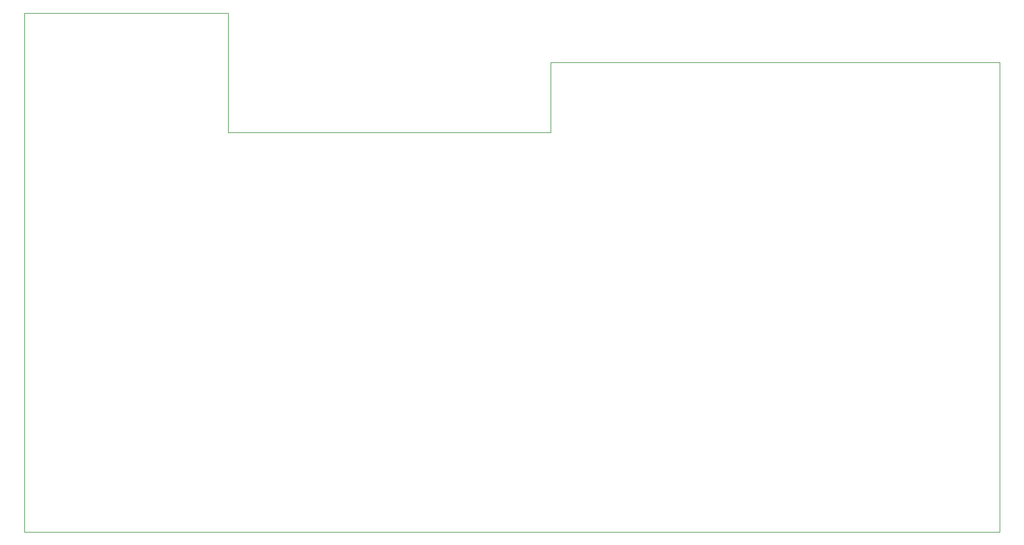
<source format=gbr>
G04 --- HEADER BEGIN --- *
G04 #@! TF.GenerationSoftware,LibrePCB,LibrePCB,1.3.0*
G04 #@! TF.CreationDate,2025-10-25T23:30:35*
G04 #@! TF.ProjectId,GateGuardian - Sommer Twist 350 Swing Gate,8a633c5c-b075-4c35-a81d-aba18a590e16,v1.1*
G04 #@! TF.Part,Single*
G04 #@! TF.SameCoordinates*
G04 #@! TF.FileFunction,Profile,NP*
%FSLAX66Y66*%
%MOMM*%
G01*
G75*
G04 --- HEADER END --- *
G04 --- APERTURE LIST BEGIN --- *
G04 #@! TA.AperFunction,Profile*
%ADD10C,0.001*%
G04 #@! TD*
G04 --- APERTURE LIST END --- *
G04 --- BOARD BEGIN --- *
D10*
X0Y0D02*
X139000000Y0D01*
X139000000Y67000000D01*
X75000000Y67000000D01*
X75000000Y57000000D01*
X29000000Y57000000D01*
X29000000Y74000000D01*
X0Y74000000D01*
X0Y0D01*
G04 --- BOARD END --- *
G04 #@! TF.MD5,a021e417bd45a3777f5c81c9b54be257*
M02*

</source>
